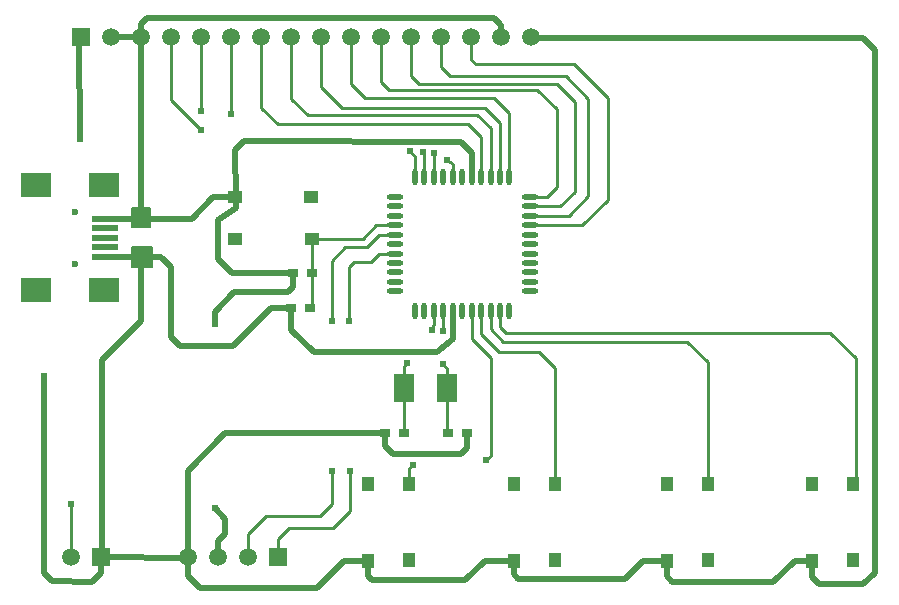
<source format=gtl>
G04*
G04 #@! TF.GenerationSoftware,Altium Limited,Altium Designer,19.0.6 (157)*
G04*
G04 Layer_Physical_Order=1*
G04 Layer_Color=255*
%FSLAX24Y24*%
%MOIN*%
G70*
G01*
G75*
%ADD15C,0.0100*%
%ADD16R,0.0394X0.0492*%
%ADD17O,0.0197X0.0551*%
%ADD18O,0.0551X0.0197*%
%ADD19R,0.0380X0.0315*%
%ADD20R,0.0669X0.0945*%
%ADD21R,0.0492X0.0394*%
%ADD22R,0.0984X0.0787*%
%ADD23R,0.0984X0.0787*%
%ADD24R,0.0906X0.0197*%
%ADD37C,0.0200*%
%ADD38C,0.0050*%
%ADD39C,0.0591*%
%ADD40R,0.0591X0.0591*%
%ADD41C,0.0236*%
%ADD42C,0.0240*%
D15*
X37020Y34350D02*
Y35006D01*
X28500Y26800D02*
Y26834D01*
X26950Y38145D02*
X27000Y38095D01*
X25532D02*
X25752Y38099D01*
X28611Y38095D02*
X28626Y38080D01*
X27615Y36835D02*
X27650Y36800D01*
X39894Y37880D02*
X41650D01*
X42500Y38730D01*
Y42125D01*
X41375Y43250D02*
X42500Y42125D01*
X38100Y43250D02*
X41375D01*
X37950Y43400D02*
X38100Y43250D01*
X37950Y43400D02*
Y44150D01*
X39894Y38195D02*
X39899Y38200D01*
X41200D01*
X41850Y38850D01*
Y42100D01*
X41100Y42850D02*
X41850Y42100D01*
X37250Y42850D02*
X41100D01*
X36950Y43150D02*
X37250Y42850D01*
X36950Y43150D02*
Y44150D01*
X40910Y38510D02*
X41400Y39000D01*
X39894Y38510D02*
X40910D01*
X41400Y39000D02*
Y42000D01*
X40800Y42600D02*
X41400Y42000D01*
X36200Y42600D02*
X40800D01*
X35950Y42850D02*
X36200Y42600D01*
X35950Y42850D02*
Y44150D01*
X39894Y38825D02*
X40475D01*
X40800Y39150D01*
Y41750D01*
X40150Y42400D02*
X40800Y41750D01*
X35200Y42400D02*
X40150D01*
X34950Y42650D02*
X35200Y42400D01*
X34950Y42650D02*
Y44150D01*
X39225Y39494D02*
Y41625D01*
X38725Y42125D02*
X39225Y41625D01*
X34425Y42125D02*
X38725D01*
X33950Y42600D02*
X34425Y42125D01*
X33950Y42600D02*
Y44150D01*
X38400Y41800D02*
X38910Y41290D01*
Y39494D02*
Y41290D01*
X33650Y41800D02*
X38400D01*
X32950Y42500D02*
X33650Y41800D01*
X32950Y42500D02*
Y44150D01*
X38595Y39494D02*
Y41105D01*
X38150Y41550D02*
X38595Y41105D01*
X32500Y41550D02*
X38150D01*
X31950Y42100D02*
X32500Y41550D01*
X31950Y42100D02*
Y44150D01*
X37850Y41250D02*
X38280Y40820D01*
Y39494D02*
Y40820D01*
X31500Y41250D02*
X37850D01*
X30950Y41800D02*
X31500Y41250D01*
X30950Y41800D02*
Y44150D01*
X44461Y26189D02*
Y26239D01*
X28626Y38080D02*
X28641Y38095D01*
X38905Y44195D02*
X38950Y44150D01*
X29950Y41600D02*
Y44150D01*
X27950Y42050D02*
X28950Y41050D01*
X36330Y40289D02*
Y40327D01*
Y40289D02*
X36390Y40229D01*
Y39494D02*
Y40229D01*
X36705Y39494D02*
Y40300D01*
X28950Y41700D02*
Y44150D01*
X37150Y40050D02*
X37188D01*
X35900Y40350D02*
X36075Y40160D01*
X27950Y42050D02*
Y44150D01*
X36075Y39494D02*
Y40160D01*
X24888Y44344D02*
X24889Y44106D01*
X31946Y35115D02*
X31950Y35111D01*
X37946Y39513D02*
X37965Y39531D01*
X37600Y40650D02*
X37615D01*
X25600Y26834D02*
X25650Y26884D01*
X36700Y39499D02*
X36705Y39494D01*
X29400Y28450D02*
X29438D01*
X35889Y29789D02*
X36000Y29900D01*
X35889Y29268D02*
Y29789D01*
X38450Y30050D02*
X38600Y30200D01*
Y33450D01*
X37965Y34085D02*
X38600Y33450D01*
X37965Y34085D02*
Y35006D01*
X40200Y33650D02*
X40739Y33111D01*
Y29268D02*
Y33111D01*
X38888Y33650D02*
X40200D01*
X38280Y34258D02*
X38888Y33650D01*
X38280Y34258D02*
Y35006D01*
X45150Y34000D02*
X45839Y33311D01*
Y29268D02*
Y33311D01*
Y29268D02*
X45900Y29329D01*
X50759Y29338D02*
Y33441D01*
X49903Y34297D02*
X50759Y33441D01*
X39100Y34297D02*
X49903D01*
X50689Y29268D02*
X50759Y29338D01*
X39008Y34000D02*
X45150D01*
X38595Y34413D02*
X39008Y34000D01*
X38595Y34413D02*
Y35006D01*
X38910Y34488D02*
Y35006D01*
Y34488D02*
X39100Y34297D01*
X37135Y40050D02*
X37335Y39935D01*
Y39494D02*
Y39935D01*
X24600Y26834D02*
Y28600D01*
X30500Y27600D02*
X31100Y28200D01*
X32900D01*
X33300Y28600D01*
Y29700D01*
X31888Y27800D02*
X33350D01*
X33900Y28350D01*
Y29700D01*
X30500Y26834D02*
Y27600D01*
X31500Y27412D02*
X31888Y27800D01*
X31500Y26834D02*
Y27412D01*
X33888Y34700D02*
Y36488D01*
X34050Y36650D01*
X33300Y34700D02*
Y36700D01*
X33750Y37150D01*
X34050Y36650D02*
X34600D01*
X34885Y36935D01*
X35406D01*
X33750Y37150D02*
X34473D01*
X34888Y37565D01*
X35406D01*
X32634Y37426D02*
X34326D01*
X34780Y37880D01*
X35406D01*
X32566Y35115D02*
X32634Y35183D01*
Y36283D01*
Y37426D01*
X36628Y34408D02*
X36700Y34600D01*
X36611Y34363D02*
X36628Y34408D01*
X36687Y34987D02*
X36700Y34974D01*
Y34600D02*
Y34974D01*
X36687Y34987D02*
X36705Y35006D01*
X37000Y33250D02*
X37150Y33100D01*
Y32450D02*
Y33100D01*
X35693Y33193D02*
X35800Y33300D01*
X35693Y32450D02*
Y33193D01*
X35710Y30950D02*
Y32433D01*
X35693Y32450D02*
X35710Y32433D01*
X37150Y30980D02*
X37180Y30950D01*
X37150Y30980D02*
Y32450D01*
X37946Y39513D02*
X37965Y39494D01*
D16*
X50689Y26709D02*
D03*
X49311Y29259D02*
D03*
Y26700D02*
D03*
X50689Y29268D02*
D03*
X45839D02*
D03*
X44461Y26700D02*
D03*
Y29259D02*
D03*
X45839Y26709D02*
D03*
X40739Y29268D02*
D03*
X39361Y26700D02*
D03*
Y29259D02*
D03*
X40739Y26709D02*
D03*
X35889Y29268D02*
D03*
X34511Y26700D02*
D03*
Y29259D02*
D03*
X35889Y26709D02*
D03*
D17*
X36075Y39494D02*
D03*
X36390D02*
D03*
X36705D02*
D03*
X37020D02*
D03*
X37335D02*
D03*
X37650D02*
D03*
X37965D02*
D03*
X38280D02*
D03*
X38595D02*
D03*
X38910D02*
D03*
X39225D02*
D03*
Y35006D02*
D03*
X38910D02*
D03*
X38595D02*
D03*
X38280D02*
D03*
X37965D02*
D03*
X37650D02*
D03*
X37335D02*
D03*
X37020D02*
D03*
X36705D02*
D03*
X36390D02*
D03*
X36075D02*
D03*
D18*
X39894Y38825D02*
D03*
Y38510D02*
D03*
Y38195D02*
D03*
Y37880D02*
D03*
Y37565D02*
D03*
Y37250D02*
D03*
Y36935D02*
D03*
Y36620D02*
D03*
Y36305D02*
D03*
Y35990D02*
D03*
Y35675D02*
D03*
X35406D02*
D03*
Y35990D02*
D03*
Y36305D02*
D03*
Y36620D02*
D03*
Y36935D02*
D03*
Y37250D02*
D03*
Y37565D02*
D03*
Y37880D02*
D03*
Y38195D02*
D03*
Y38510D02*
D03*
Y38825D02*
D03*
D19*
X37180Y30950D02*
D03*
X37800D02*
D03*
X35710D02*
D03*
X35090D02*
D03*
X32014Y36283D02*
D03*
X32634D02*
D03*
X32566Y35115D02*
D03*
X31946D02*
D03*
D20*
X37150Y32450D02*
D03*
X35693D02*
D03*
D21*
X30066Y38804D02*
D03*
X32634Y37426D02*
D03*
X30075D02*
D03*
X32625Y38804D02*
D03*
D22*
X23448Y35713D02*
D03*
Y39217D02*
D03*
X25713D02*
D03*
D23*
Y35713D02*
D03*
D24*
X25752Y36835D02*
D03*
Y37150D02*
D03*
Y37465D02*
D03*
Y37780D02*
D03*
Y38095D02*
D03*
D37*
X31950Y34400D02*
X32700Y33650D01*
X36800D01*
X37335Y34085D01*
Y35006D01*
X25600Y26834D02*
X28500Y26801D01*
X28500Y26834D02*
Y29700D01*
X29750Y30950D01*
X35090D01*
X23700Y26300D02*
X23975Y26025D01*
X23700Y26300D02*
Y32850D01*
X25300Y26000D02*
X25600Y26300D01*
X23975Y26025D02*
X25300Y26000D01*
X25600Y26300D02*
Y26834D01*
X27000Y38095D02*
X28611D01*
X25752D02*
X27000D01*
X26950Y38145D02*
Y44150D01*
X25752Y36835D02*
X27615D01*
X26950Y34700D02*
Y36800D01*
X25650Y33400D02*
X26950Y34700D01*
X28250Y33850D02*
X30000D01*
X27950Y34150D02*
X28250Y33850D01*
X27950Y34150D02*
Y36500D01*
X27650Y36800D02*
X27950Y36500D01*
X44461Y26189D02*
X44650Y26000D01*
X39510Y26101D02*
X43069D01*
X39361Y26250D02*
X39510Y26101D01*
X25950Y44150D02*
X26950D01*
X38700Y44800D02*
X38905Y44595D01*
X38950Y44150D02*
Y44550D01*
X27150Y44800D02*
X38700D01*
X26950Y44600D02*
X27150Y44800D01*
X26950Y44150D02*
Y44600D01*
X37600Y40650D02*
X37965Y40285D01*
X30075Y40400D02*
X30375Y40700D01*
X28641Y38095D02*
X29350Y38804D01*
X30066D01*
X35350Y30250D02*
X37600D01*
X35090Y30510D02*
X35350Y30250D01*
X35090Y30510D02*
Y30950D01*
X37600Y30250D02*
X37800Y30450D01*
Y30950D01*
X31950Y34400D02*
Y35111D01*
X30000Y33850D02*
X31265Y35115D01*
X31946D01*
X28900Y25800D02*
X32800D01*
X28500Y26200D02*
X28900Y25800D01*
X32800D02*
X33700Y26700D01*
X34511D01*
Y26200D02*
X34650Y26061D01*
X34511Y26200D02*
Y26700D01*
X34650Y26061D02*
X37750Y26050D01*
X38400Y26700D01*
X39361D01*
Y26250D02*
Y26700D01*
X43069Y26101D02*
X43668Y26700D01*
X44461D01*
X51025Y25925D02*
X51400Y26300D01*
X49550Y25925D02*
X51025D01*
X49311Y26164D02*
X49550Y25925D01*
X49311Y26164D02*
Y26700D01*
X44650Y26000D02*
X48000Y25986D01*
X48734Y26700D01*
X49311D01*
X44461Y26239D02*
Y26700D01*
X37965Y39531D02*
Y40285D01*
X30375Y40700D02*
X37600Y40650D01*
X25650Y26884D02*
Y33400D01*
X29500Y26834D02*
Y27350D01*
X29750Y27600D02*
Y28100D01*
X29400Y28450D02*
X29750Y28100D01*
X29500Y27350D02*
X29750Y27600D01*
X29400Y34600D02*
Y35000D01*
X30050Y35650D01*
X31850D01*
X32014Y35814D01*
Y36283D01*
X29500Y36750D02*
X29967Y36283D01*
X32014D01*
X24889Y44106D02*
X24900Y40762D01*
X51000Y44106D02*
X51400Y43706D01*
X28500Y26200D02*
Y26800D01*
X51400Y26300D02*
Y43706D01*
X30094Y38804D02*
X30100Y38450D01*
X39888Y44106D02*
X51000D01*
X30075Y40400D02*
X30094Y38804D01*
X29500Y36750D02*
Y38050D01*
X30100Y38450D01*
D38*
X26650Y38320D02*
X27250D01*
X26650Y38360D02*
X27250D01*
X26650Y38280D02*
X27250D01*
X26650Y38440D02*
X27250D01*
X26650Y38400D02*
X27250D01*
Y37830D02*
Y38450D01*
X26650Y38160D02*
X27250D01*
X26650Y38120D02*
X27250D01*
X26650Y38240D02*
X27250D01*
X26650Y38200D02*
X27250D01*
X26650Y38000D02*
X27250D01*
X26650Y38040D02*
X27250D01*
X26650Y37960D02*
X27250D01*
X26650Y38450D02*
X27250Y38450D01*
X26650Y38080D02*
X27250D01*
X26650Y37880D02*
X27250D01*
X26650Y37920D02*
X27250D01*
X26650Y37840D02*
X27250D01*
X26650Y37830D02*
Y38450D01*
Y37830D02*
X27250Y37830D01*
X26650Y37000D02*
X27300D01*
X26650Y37040D02*
X27300D01*
X26650Y36960D02*
X27300D01*
X26650Y37120D02*
X27300D01*
X26650Y37080D02*
X27300D01*
Y37150D02*
X27300Y36500D01*
X26650Y36840D02*
X27300D01*
X26650Y36800D02*
X27300D01*
X26650Y36920D02*
X27300D01*
X26650Y36880D02*
X27300D01*
X26650Y36680D02*
X27300D01*
X26650Y36720D02*
X27300D01*
X26650Y36640D02*
X27300D01*
X26650Y37150D02*
X27300D01*
X26650Y36760D02*
X27300D01*
X26650Y36560D02*
X27300D01*
X26650Y36600D02*
X27300D01*
X26650Y36520D02*
X27300D01*
X26650Y36500D02*
Y37150D01*
Y36500D02*
X27300Y36500D01*
D39*
X24600Y26834D02*
D03*
X30500D02*
D03*
X29500D02*
D03*
X28500D02*
D03*
X28950Y44150D02*
D03*
X29950D02*
D03*
X27950D02*
D03*
X31950D02*
D03*
X32950D02*
D03*
X30950D02*
D03*
X26950D02*
D03*
X25950D02*
D03*
X33950D02*
D03*
X34950D02*
D03*
X36950D02*
D03*
X35950D02*
D03*
X37950D02*
D03*
X38950D02*
D03*
X39950D02*
D03*
D40*
X25600Y26834D02*
D03*
X31500D02*
D03*
X24950Y44150D02*
D03*
D41*
X24729Y38331D02*
D03*
Y36599D02*
D03*
D42*
X36648Y34400D02*
D03*
X37020Y34350D02*
D03*
X23700Y32850D02*
D03*
X29950Y41600D02*
D03*
X28950Y41050D02*
D03*
X36330Y40327D02*
D03*
X36705Y40300D02*
D03*
X28950Y41700D02*
D03*
X37150Y40050D02*
D03*
X35900Y40350D02*
D03*
X29400Y28450D02*
D03*
Y34600D02*
D03*
X24900Y40750D02*
D03*
X38450Y30050D02*
D03*
X36000Y29900D02*
D03*
X24600Y28600D02*
D03*
X33900Y29700D02*
D03*
X33300D02*
D03*
X33888Y34700D02*
D03*
X33300D02*
D03*
X37000Y33250D02*
D03*
X35800Y33300D02*
D03*
M02*

</source>
